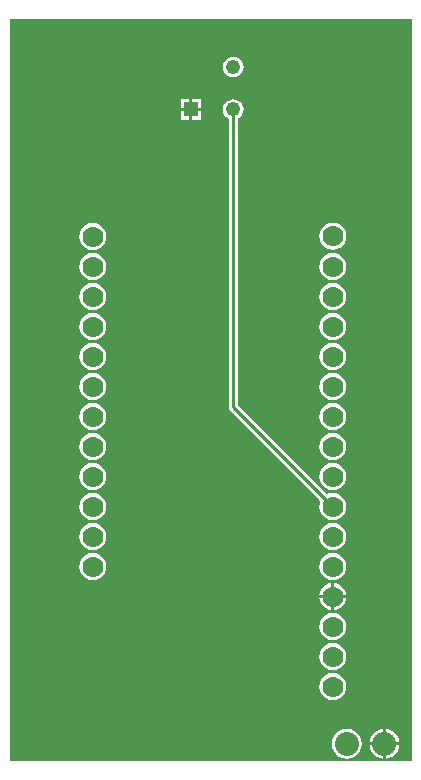
<source format=gbl>
G04*
G04 #@! TF.GenerationSoftware,Altium Limited,Altium Designer,19.1.8 (144)*
G04*
G04 Layer_Physical_Order=2*
G04 Layer_Color=16711680*
%FSLAX25Y25*%
%MOIN*%
G70*
G01*
G75*
%ADD10C,0.01000*%
%ADD17C,0.08000*%
%ADD18R,0.04795X0.04795*%
%ADD19C,0.04795*%
%ADD20C,0.07000*%
G36*
X233858Y100394D02*
X100000D01*
Y348031D01*
X233858D01*
Y100394D01*
D02*
G37*
%LPC*%
G36*
X174409Y335317D02*
X173522Y335200D01*
X172696Y334858D01*
X171986Y334313D01*
X171442Y333603D01*
X171099Y332777D01*
X170983Y331890D01*
X171099Y331003D01*
X171442Y330176D01*
X171986Y329467D01*
X172696Y328922D01*
X173522Y328580D01*
X174409Y328463D01*
X175296Y328580D01*
X176123Y328922D01*
X176833Y329467D01*
X177377Y330176D01*
X177720Y331003D01*
X177836Y331890D01*
X177720Y332777D01*
X177377Y333603D01*
X176833Y334313D01*
X176123Y334858D01*
X175296Y335200D01*
X174409Y335317D01*
D02*
G37*
G36*
X163634Y321114D02*
X160736D01*
Y318216D01*
X163634D01*
Y321114D01*
D02*
G37*
G36*
X159736D02*
X156839D01*
Y318216D01*
X159736D01*
Y321114D01*
D02*
G37*
G36*
X163634Y317216D02*
X160736D01*
Y314319D01*
X163634D01*
Y317216D01*
D02*
G37*
G36*
X159736D02*
X156839D01*
Y314319D01*
X159736D01*
Y317216D01*
D02*
G37*
G36*
X207559Y279992D02*
X206384Y279837D01*
X205290Y279383D01*
X204350Y278662D01*
X203628Y277722D01*
X203175Y276627D01*
X203020Y275453D01*
X203175Y274278D01*
X203628Y273183D01*
X204350Y272243D01*
X205290Y271522D01*
X206384Y271069D01*
X207559Y270914D01*
X208734Y271069D01*
X209828Y271522D01*
X210769Y272243D01*
X211490Y273183D01*
X211943Y274278D01*
X212098Y275453D01*
X211943Y276627D01*
X211490Y277722D01*
X210769Y278662D01*
X209828Y279383D01*
X208734Y279837D01*
X207559Y279992D01*
D02*
G37*
G36*
X127559Y279893D02*
X126384Y279738D01*
X125290Y279285D01*
X124350Y278564D01*
X123628Y277624D01*
X123175Y276529D01*
X123020Y275354D01*
X123175Y274180D01*
X123628Y273085D01*
X124350Y272145D01*
X125290Y271424D01*
X126384Y270970D01*
X127559Y270815D01*
X128734Y270970D01*
X129829Y271424D01*
X130769Y272145D01*
X131490Y273085D01*
X131943Y274180D01*
X132098Y275354D01*
X131943Y276529D01*
X131490Y277624D01*
X130769Y278564D01*
X129829Y279285D01*
X128734Y279738D01*
X127559Y279893D01*
D02*
G37*
G36*
X207559Y269893D02*
X206384Y269739D01*
X205290Y269285D01*
X204350Y268564D01*
X203628Y267624D01*
X203175Y266529D01*
X203020Y265354D01*
X203175Y264180D01*
X203628Y263085D01*
X204350Y262145D01*
X205290Y261424D01*
X206384Y260970D01*
X207559Y260816D01*
X208734Y260970D01*
X209828Y261424D01*
X210769Y262145D01*
X211490Y263085D01*
X211943Y264180D01*
X212098Y265354D01*
X211943Y266529D01*
X211490Y267624D01*
X210769Y268564D01*
X209828Y269285D01*
X208734Y269739D01*
X207559Y269893D01*
D02*
G37*
G36*
X127559D02*
X126384Y269739D01*
X125290Y269285D01*
X124350Y268564D01*
X123628Y267624D01*
X123175Y266529D01*
X123020Y265354D01*
X123175Y264180D01*
X123628Y263085D01*
X124350Y262145D01*
X125290Y261424D01*
X126384Y260970D01*
X127559Y260816D01*
X128734Y260970D01*
X129829Y261424D01*
X130769Y262145D01*
X131490Y263085D01*
X131943Y264180D01*
X132098Y265354D01*
X131943Y266529D01*
X131490Y267624D01*
X130769Y268564D01*
X129829Y269285D01*
X128734Y269739D01*
X127559Y269893D01*
D02*
G37*
G36*
X207559Y259893D02*
X206384Y259738D01*
X205290Y259285D01*
X204350Y258564D01*
X203628Y257624D01*
X203175Y256529D01*
X203020Y255354D01*
X203175Y254180D01*
X203628Y253085D01*
X204350Y252145D01*
X205290Y251424D01*
X206384Y250970D01*
X207559Y250816D01*
X208734Y250970D01*
X209828Y251424D01*
X210769Y252145D01*
X211490Y253085D01*
X211943Y254180D01*
X212098Y255354D01*
X211943Y256529D01*
X211490Y257624D01*
X210769Y258564D01*
X209828Y259285D01*
X208734Y259738D01*
X207559Y259893D01*
D02*
G37*
G36*
X127559D02*
X126384Y259738D01*
X125290Y259285D01*
X124350Y258564D01*
X123628Y257624D01*
X123175Y256529D01*
X123020Y255354D01*
X123175Y254180D01*
X123628Y253085D01*
X124350Y252145D01*
X125290Y251424D01*
X126384Y250970D01*
X127559Y250816D01*
X128734Y250970D01*
X129829Y251424D01*
X130769Y252145D01*
X131490Y253085D01*
X131943Y254180D01*
X132098Y255354D01*
X131943Y256529D01*
X131490Y257624D01*
X130769Y258564D01*
X129829Y259285D01*
X128734Y259738D01*
X127559Y259893D01*
D02*
G37*
G36*
X207559Y249893D02*
X206384Y249739D01*
X205290Y249285D01*
X204350Y248564D01*
X203628Y247624D01*
X203175Y246529D01*
X203020Y245354D01*
X203175Y244180D01*
X203628Y243085D01*
X204350Y242145D01*
X205290Y241424D01*
X206384Y240970D01*
X207559Y240815D01*
X208734Y240970D01*
X209828Y241424D01*
X210769Y242145D01*
X211490Y243085D01*
X211943Y244180D01*
X212098Y245354D01*
X211943Y246529D01*
X211490Y247624D01*
X210769Y248564D01*
X209828Y249285D01*
X208734Y249739D01*
X207559Y249893D01*
D02*
G37*
G36*
X127559D02*
X126384Y249739D01*
X125290Y249285D01*
X124350Y248564D01*
X123628Y247624D01*
X123175Y246529D01*
X123020Y245354D01*
X123175Y244180D01*
X123628Y243085D01*
X124350Y242145D01*
X125290Y241424D01*
X126384Y240970D01*
X127559Y240815D01*
X128734Y240970D01*
X129829Y241424D01*
X130769Y242145D01*
X131490Y243085D01*
X131943Y244180D01*
X132098Y245354D01*
X131943Y246529D01*
X131490Y247624D01*
X130769Y248564D01*
X129829Y249285D01*
X128734Y249739D01*
X127559Y249893D01*
D02*
G37*
G36*
X207559Y239893D02*
X206384Y239738D01*
X205290Y239285D01*
X204350Y238564D01*
X203628Y237624D01*
X203175Y236529D01*
X203020Y235354D01*
X203175Y234180D01*
X203628Y233085D01*
X204350Y232145D01*
X205290Y231424D01*
X206384Y230970D01*
X207559Y230816D01*
X208734Y230970D01*
X209828Y231424D01*
X210769Y232145D01*
X211490Y233085D01*
X211943Y234180D01*
X212098Y235354D01*
X211943Y236529D01*
X211490Y237624D01*
X210769Y238564D01*
X209828Y239285D01*
X208734Y239738D01*
X207559Y239893D01*
D02*
G37*
G36*
X127559D02*
X126384Y239738D01*
X125290Y239285D01*
X124350Y238564D01*
X123628Y237624D01*
X123175Y236529D01*
X123020Y235354D01*
X123175Y234180D01*
X123628Y233085D01*
X124350Y232145D01*
X125290Y231424D01*
X126384Y230970D01*
X127559Y230816D01*
X128734Y230970D01*
X129829Y231424D01*
X130769Y232145D01*
X131490Y233085D01*
X131943Y234180D01*
X132098Y235354D01*
X131943Y236529D01*
X131490Y237624D01*
X130769Y238564D01*
X129829Y239285D01*
X128734Y239738D01*
X127559Y239893D01*
D02*
G37*
G36*
X207559Y229893D02*
X206384Y229738D01*
X205290Y229285D01*
X204350Y228564D01*
X203628Y227624D01*
X203175Y226529D01*
X203020Y225354D01*
X203175Y224180D01*
X203628Y223085D01*
X204350Y222145D01*
X205290Y221424D01*
X206384Y220970D01*
X207559Y220815D01*
X208734Y220970D01*
X209828Y221424D01*
X210769Y222145D01*
X211490Y223085D01*
X211943Y224180D01*
X212098Y225354D01*
X211943Y226529D01*
X211490Y227624D01*
X210769Y228564D01*
X209828Y229285D01*
X208734Y229738D01*
X207559Y229893D01*
D02*
G37*
G36*
X127559D02*
X126384Y229738D01*
X125290Y229285D01*
X124350Y228564D01*
X123628Y227624D01*
X123175Y226529D01*
X123020Y225354D01*
X123175Y224180D01*
X123628Y223085D01*
X124350Y222145D01*
X125290Y221424D01*
X126384Y220970D01*
X127559Y220815D01*
X128734Y220970D01*
X129829Y221424D01*
X130769Y222145D01*
X131490Y223085D01*
X131943Y224180D01*
X132098Y225354D01*
X131943Y226529D01*
X131490Y227624D01*
X130769Y228564D01*
X129829Y229285D01*
X128734Y229738D01*
X127559Y229893D01*
D02*
G37*
G36*
X207559Y219893D02*
X206384Y219739D01*
X205290Y219285D01*
X204350Y218564D01*
X203628Y217624D01*
X203175Y216529D01*
X203020Y215354D01*
X203175Y214180D01*
X203628Y213085D01*
X204350Y212145D01*
X205290Y211424D01*
X206384Y210970D01*
X207559Y210816D01*
X208734Y210970D01*
X209828Y211424D01*
X210769Y212145D01*
X211490Y213085D01*
X211943Y214180D01*
X212098Y215354D01*
X211943Y216529D01*
X211490Y217624D01*
X210769Y218564D01*
X209828Y219285D01*
X208734Y219739D01*
X207559Y219893D01*
D02*
G37*
G36*
X127559D02*
X126384Y219739D01*
X125290Y219285D01*
X124350Y218564D01*
X123628Y217624D01*
X123175Y216529D01*
X123020Y215354D01*
X123175Y214180D01*
X123628Y213085D01*
X124350Y212145D01*
X125290Y211424D01*
X126384Y210970D01*
X127559Y210816D01*
X128734Y210970D01*
X129829Y211424D01*
X130769Y212145D01*
X131490Y213085D01*
X131943Y214180D01*
X132098Y215354D01*
X131943Y216529D01*
X131490Y217624D01*
X130769Y218564D01*
X129829Y219285D01*
X128734Y219739D01*
X127559Y219893D01*
D02*
G37*
G36*
X207559Y209893D02*
X206384Y209738D01*
X205290Y209285D01*
X204350Y208564D01*
X203628Y207624D01*
X203175Y206529D01*
X203020Y205354D01*
X203175Y204180D01*
X203628Y203085D01*
X204350Y202145D01*
X205290Y201424D01*
X206384Y200970D01*
X207559Y200816D01*
X208734Y200970D01*
X209828Y201424D01*
X210769Y202145D01*
X211490Y203085D01*
X211943Y204180D01*
X212098Y205354D01*
X211943Y206529D01*
X211490Y207624D01*
X210769Y208564D01*
X209828Y209285D01*
X208734Y209738D01*
X207559Y209893D01*
D02*
G37*
G36*
X127559D02*
X126384Y209738D01*
X125290Y209285D01*
X124350Y208564D01*
X123628Y207624D01*
X123175Y206529D01*
X123020Y205354D01*
X123175Y204180D01*
X123628Y203085D01*
X124350Y202145D01*
X125290Y201424D01*
X126384Y200970D01*
X127559Y200816D01*
X128734Y200970D01*
X129829Y201424D01*
X130769Y202145D01*
X131490Y203085D01*
X131943Y204180D01*
X132098Y205354D01*
X131943Y206529D01*
X131490Y207624D01*
X130769Y208564D01*
X129829Y209285D01*
X128734Y209738D01*
X127559Y209893D01*
D02*
G37*
G36*
X207559Y199893D02*
X206384Y199739D01*
X205290Y199285D01*
X204350Y198564D01*
X203628Y197624D01*
X203175Y196529D01*
X203020Y195354D01*
X203175Y194180D01*
X203628Y193085D01*
X204350Y192145D01*
X205290Y191424D01*
X206384Y190970D01*
X207559Y190815D01*
X208734Y190970D01*
X209828Y191424D01*
X210769Y192145D01*
X211490Y193085D01*
X211943Y194180D01*
X212098Y195354D01*
X211943Y196529D01*
X211490Y197624D01*
X210769Y198564D01*
X209828Y199285D01*
X208734Y199739D01*
X207559Y199893D01*
D02*
G37*
G36*
X127559D02*
X126384Y199739D01*
X125290Y199285D01*
X124350Y198564D01*
X123628Y197624D01*
X123175Y196529D01*
X123020Y195354D01*
X123175Y194180D01*
X123628Y193085D01*
X124350Y192145D01*
X125290Y191424D01*
X126384Y190970D01*
X127559Y190815D01*
X128734Y190970D01*
X129829Y191424D01*
X130769Y192145D01*
X131490Y193085D01*
X131943Y194180D01*
X132098Y195354D01*
X131943Y196529D01*
X131490Y197624D01*
X130769Y198564D01*
X129829Y199285D01*
X128734Y199739D01*
X127559Y199893D01*
D02*
G37*
G36*
X174409Y321144D02*
X173522Y321027D01*
X172696Y320684D01*
X171986Y320140D01*
X171442Y319430D01*
X171099Y318603D01*
X170983Y317717D01*
X171099Y316830D01*
X171442Y316003D01*
X171986Y315293D01*
X172696Y314749D01*
X172880Y314672D01*
Y218504D01*
X172996Y217919D01*
X173328Y217423D01*
X203481Y187269D01*
X203175Y186529D01*
X203020Y185354D01*
X203175Y184180D01*
X203628Y183085D01*
X204350Y182145D01*
X205290Y181424D01*
X206384Y180970D01*
X207559Y180815D01*
X208734Y180970D01*
X209828Y181424D01*
X210769Y182145D01*
X211490Y183085D01*
X211943Y184180D01*
X212098Y185354D01*
X211943Y186529D01*
X211490Y187624D01*
X210769Y188564D01*
X209828Y189285D01*
X208734Y189739D01*
X207559Y189893D01*
X206384Y189739D01*
X205644Y189432D01*
X175939Y219137D01*
Y314672D01*
X176123Y314749D01*
X176833Y315293D01*
X177377Y316003D01*
X177720Y316830D01*
X177836Y317717D01*
X177720Y318603D01*
X177377Y319430D01*
X176833Y320140D01*
X176123Y320684D01*
X175296Y321027D01*
X174409Y321144D01*
D02*
G37*
G36*
X127559Y189893D02*
X126384Y189739D01*
X125290Y189285D01*
X124350Y188564D01*
X123628Y187624D01*
X123175Y186529D01*
X123020Y185354D01*
X123175Y184180D01*
X123628Y183085D01*
X124350Y182145D01*
X125290Y181424D01*
X126384Y180970D01*
X127559Y180815D01*
X128734Y180970D01*
X129829Y181424D01*
X130769Y182145D01*
X131490Y183085D01*
X131943Y184180D01*
X132098Y185354D01*
X131943Y186529D01*
X131490Y187624D01*
X130769Y188564D01*
X129829Y189285D01*
X128734Y189739D01*
X127559Y189893D01*
D02*
G37*
G36*
X207559Y179893D02*
X206384Y179738D01*
X205290Y179285D01*
X204350Y178564D01*
X203628Y177624D01*
X203175Y176529D01*
X203020Y175354D01*
X203175Y174180D01*
X203628Y173085D01*
X204350Y172145D01*
X205290Y171424D01*
X206384Y170970D01*
X207559Y170816D01*
X208734Y170970D01*
X209828Y171424D01*
X210769Y172145D01*
X211490Y173085D01*
X211943Y174180D01*
X212098Y175354D01*
X211943Y176529D01*
X211490Y177624D01*
X210769Y178564D01*
X209828Y179285D01*
X208734Y179738D01*
X207559Y179893D01*
D02*
G37*
G36*
X127559D02*
X126384Y179738D01*
X125290Y179285D01*
X124350Y178564D01*
X123628Y177624D01*
X123175Y176529D01*
X123020Y175354D01*
X123175Y174180D01*
X123628Y173085D01*
X124350Y172145D01*
X125290Y171424D01*
X126384Y170970D01*
X127559Y170816D01*
X128734Y170970D01*
X129829Y171424D01*
X130769Y172145D01*
X131490Y173085D01*
X131943Y174180D01*
X132098Y175354D01*
X131943Y176529D01*
X131490Y177624D01*
X130769Y178564D01*
X129829Y179285D01*
X128734Y179738D01*
X127559Y179893D01*
D02*
G37*
G36*
X207559Y169893D02*
X206384Y169738D01*
X205290Y169285D01*
X204350Y168564D01*
X203628Y167624D01*
X203175Y166529D01*
X203020Y165354D01*
X203175Y164180D01*
X203628Y163085D01*
X204350Y162145D01*
X205290Y161424D01*
X206384Y160970D01*
X207559Y160816D01*
X208734Y160970D01*
X209828Y161424D01*
X210769Y162145D01*
X211490Y163085D01*
X211943Y164180D01*
X212098Y165354D01*
X211943Y166529D01*
X211490Y167624D01*
X210769Y168564D01*
X209828Y169285D01*
X208734Y169738D01*
X207559Y169893D01*
D02*
G37*
G36*
X127559D02*
X126384Y169738D01*
X125290Y169285D01*
X124350Y168564D01*
X123628Y167624D01*
X123175Y166529D01*
X123020Y165354D01*
X123175Y164180D01*
X123628Y163085D01*
X124350Y162145D01*
X125290Y161424D01*
X126384Y160970D01*
X127559Y160816D01*
X128734Y160970D01*
X129829Y161424D01*
X130769Y162145D01*
X131490Y163085D01*
X131943Y164180D01*
X132098Y165354D01*
X131943Y166529D01*
X131490Y167624D01*
X130769Y168564D01*
X129829Y169285D01*
X128734Y169738D01*
X127559Y169893D01*
D02*
G37*
G36*
X208059Y159827D02*
Y155854D01*
X212032D01*
X211943Y156529D01*
X211490Y157624D01*
X210769Y158564D01*
X209828Y159285D01*
X208734Y159739D01*
X208059Y159827D01*
D02*
G37*
G36*
X207059D02*
X206384Y159739D01*
X205290Y159285D01*
X204350Y158564D01*
X203628Y157624D01*
X203175Y156529D01*
X203086Y155854D01*
X207059D01*
Y159827D01*
D02*
G37*
G36*
X212032Y154854D02*
X208059D01*
Y150881D01*
X208734Y150970D01*
X209828Y151424D01*
X210769Y152145D01*
X211490Y153085D01*
X211943Y154180D01*
X212032Y154854D01*
D02*
G37*
G36*
X207059D02*
X203086D01*
X203175Y154180D01*
X203628Y153085D01*
X204350Y152145D01*
X205290Y151424D01*
X206384Y150970D01*
X207059Y150881D01*
Y154854D01*
D02*
G37*
G36*
X207559Y149893D02*
X206384Y149739D01*
X205290Y149285D01*
X204350Y148564D01*
X203628Y147624D01*
X203175Y146529D01*
X203020Y145354D01*
X203175Y144180D01*
X203628Y143085D01*
X204350Y142145D01*
X205290Y141424D01*
X206384Y140970D01*
X207559Y140815D01*
X208734Y140970D01*
X209828Y141424D01*
X210769Y142145D01*
X211490Y143085D01*
X211943Y144180D01*
X212098Y145354D01*
X211943Y146529D01*
X211490Y147624D01*
X210769Y148564D01*
X209828Y149285D01*
X208734Y149739D01*
X207559Y149893D01*
D02*
G37*
G36*
Y139893D02*
X206384Y139739D01*
X205290Y139285D01*
X204350Y138564D01*
X203628Y137624D01*
X203175Y136529D01*
X203020Y135354D01*
X203175Y134180D01*
X203628Y133085D01*
X204350Y132145D01*
X205290Y131424D01*
X206384Y130970D01*
X207559Y130815D01*
X208734Y130970D01*
X209828Y131424D01*
X210769Y132145D01*
X211490Y133085D01*
X211943Y134180D01*
X212098Y135354D01*
X211943Y136529D01*
X211490Y137624D01*
X210769Y138564D01*
X209828Y139285D01*
X208734Y139739D01*
X207559Y139893D01*
D02*
G37*
G36*
Y129893D02*
X206384Y129738D01*
X205290Y129285D01*
X204350Y128564D01*
X203628Y127624D01*
X203175Y126529D01*
X203020Y125354D01*
X203175Y124180D01*
X203628Y123085D01*
X204350Y122145D01*
X205290Y121424D01*
X206384Y120970D01*
X207559Y120816D01*
X208734Y120970D01*
X209828Y121424D01*
X210769Y122145D01*
X211490Y123085D01*
X211943Y124180D01*
X212098Y125354D01*
X211943Y126529D01*
X211490Y127624D01*
X210769Y128564D01*
X209828Y129285D01*
X208734Y129738D01*
X207559Y129893D01*
D02*
G37*
G36*
X225303Y111276D02*
Y106799D01*
X229781D01*
X229675Y107605D01*
X229171Y108821D01*
X228369Y109865D01*
X227325Y110667D01*
X226108Y111170D01*
X225303Y111276D01*
D02*
G37*
G36*
X224303D02*
X223498Y111170D01*
X222282Y110667D01*
X221237Y109865D01*
X220436Y108821D01*
X219932Y107605D01*
X219826Y106799D01*
X224303D01*
Y111276D01*
D02*
G37*
G36*
X229781Y105799D02*
X225303D01*
Y101322D01*
X226108Y101428D01*
X227325Y101932D01*
X228369Y102733D01*
X229171Y103778D01*
X229675Y104994D01*
X229781Y105799D01*
D02*
G37*
G36*
X224303D02*
X219826D01*
X219932Y104994D01*
X220436Y103778D01*
X221237Y102733D01*
X222282Y101932D01*
X223498Y101428D01*
X224303Y101322D01*
Y105799D01*
D02*
G37*
G36*
X212205Y111342D02*
X210899Y111170D01*
X209683Y110667D01*
X208639Y109865D01*
X207837Y108821D01*
X207333Y107605D01*
X207162Y106299D01*
X207333Y104994D01*
X207837Y103778D01*
X208639Y102733D01*
X209683Y101932D01*
X210899Y101428D01*
X212205Y101256D01*
X213510Y101428D01*
X214726Y101932D01*
X215771Y102733D01*
X216572Y103778D01*
X217076Y104994D01*
X217248Y106299D01*
X217076Y107605D01*
X216572Y108821D01*
X215771Y109865D01*
X214726Y110667D01*
X213510Y111170D01*
X212205Y111342D01*
D02*
G37*
%LPD*%
D10*
X174409Y218504D02*
Y317717D01*
Y218504D02*
X207559Y185354D01*
D17*
X212205Y106299D02*
D03*
X224803D02*
D03*
D18*
X160236Y317717D02*
D03*
D19*
X174409D02*
D03*
Y331890D02*
D03*
D20*
X127559Y275354D02*
D03*
Y265354D02*
D03*
Y255354D02*
D03*
Y245354D02*
D03*
Y235354D02*
D03*
Y225354D02*
D03*
Y215354D02*
D03*
Y205354D02*
D03*
Y195354D02*
D03*
Y185354D02*
D03*
Y175354D02*
D03*
Y165354D02*
D03*
X207559Y125354D02*
D03*
Y135354D02*
D03*
Y145354D02*
D03*
Y155354D02*
D03*
Y165354D02*
D03*
Y175354D02*
D03*
Y185354D02*
D03*
Y195354D02*
D03*
Y205354D02*
D03*
Y215354D02*
D03*
Y225354D02*
D03*
Y235354D02*
D03*
Y245354D02*
D03*
Y255354D02*
D03*
Y265354D02*
D03*
Y275453D02*
D03*
M02*

</source>
